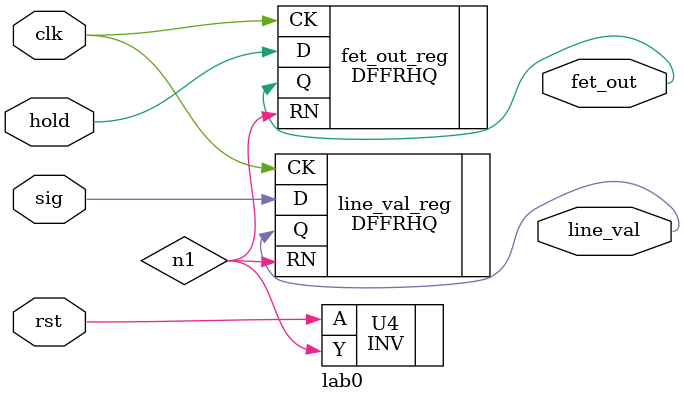
<source format=v>

module lab0 ( clk, rst, sig, hold, line_val, fet_out );
  input clk, rst, sig, hold;
  output line_val, fet_out;
  wire   n1;

  DFFRHQ line_val_reg ( .D(sig), .CK(clk), .RN(n1), .Q(line_val) );
  DFFRHQ fet_out_reg ( .D(hold), .CK(clk), .RN(n1), .Q(fet_out) );
  INV U4 ( .A(rst), .Y(n1) );
endmodule

</source>
